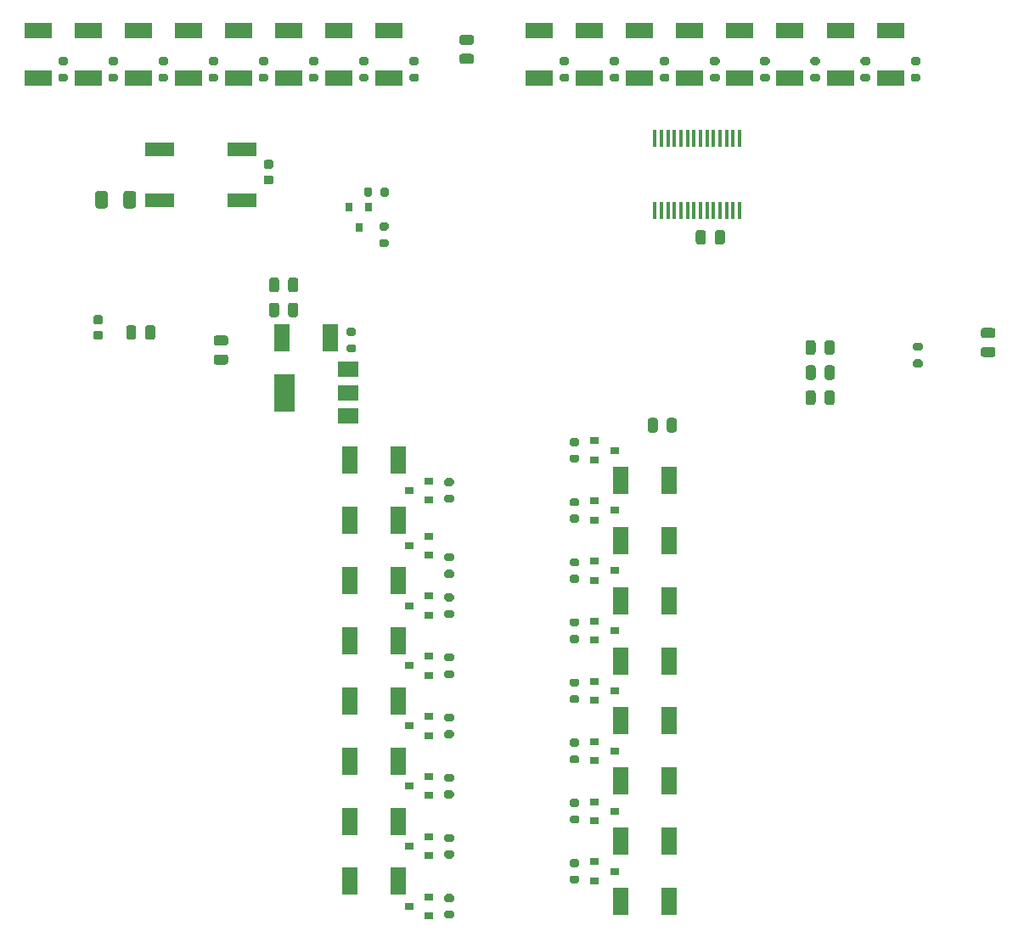
<source format=gbr>
%TF.GenerationSoftware,KiCad,Pcbnew,(5.1.10)-1*%
%TF.CreationDate,2021-06-11T23:30:18+03:00*%
%TF.ProjectId,chiller board,6368696c-6c65-4722-9062-6f6172642e6b,rev?*%
%TF.SameCoordinates,Original*%
%TF.FileFunction,Paste,Top*%
%TF.FilePolarity,Positive*%
%FSLAX46Y46*%
G04 Gerber Fmt 4.6, Leading zero omitted, Abs format (unit mm)*
G04 Created by KiCad (PCBNEW (5.1.10)-1) date 2021-06-11 23:30:18*
%MOMM*%
%LPD*%
G01*
G04 APERTURE LIST*
%ADD10R,0.450000X1.750000*%
%ADD11R,2.850000X1.350000*%
%ADD12R,1.500000X2.700000*%
%ADD13R,2.700000X1.500000*%
%ADD14R,2.000000X3.800000*%
%ADD15R,2.000000X1.500000*%
%ADD16R,0.900000X0.800000*%
%ADD17R,0.800000X0.900000*%
G04 APERTURE END LIST*
D10*
%TO.C,U1*%
X136775000Y-54650000D03*
X137425000Y-54650000D03*
X138075000Y-54650000D03*
X138725000Y-54650000D03*
X139375000Y-54650000D03*
X140025000Y-54650000D03*
X140675000Y-54650000D03*
X141325000Y-54650000D03*
X141975000Y-54650000D03*
X142625000Y-54650000D03*
X143275000Y-54650000D03*
X143925000Y-54650000D03*
X144575000Y-54650000D03*
X145225000Y-54650000D03*
X145225000Y-61850000D03*
X144575000Y-61850000D03*
X143925000Y-61850000D03*
X143275000Y-61850000D03*
X142625000Y-61850000D03*
X141975000Y-61850000D03*
X141325000Y-61850000D03*
X140675000Y-61850000D03*
X140025000Y-61850000D03*
X139375000Y-61850000D03*
X138725000Y-61850000D03*
X138075000Y-61850000D03*
X137425000Y-61850000D03*
X136775000Y-61850000D03*
%TD*%
D11*
%TO.C,BR1*%
X95600000Y-55700000D03*
X95600000Y-60800000D03*
X87400000Y-60800000D03*
X87400000Y-55700000D03*
%TD*%
%TO.C,R49*%
G36*
G01*
X163275000Y-75825000D02*
X162725000Y-75825000D01*
G75*
G02*
X162525000Y-75625000I0J200000D01*
G01*
X162525000Y-75225000D01*
G75*
G02*
X162725000Y-75025000I200000J0D01*
G01*
X163275000Y-75025000D01*
G75*
G02*
X163475000Y-75225000I0J-200000D01*
G01*
X163475000Y-75625000D01*
G75*
G02*
X163275000Y-75825000I-200000J0D01*
G01*
G37*
G36*
G01*
X163275000Y-77475000D02*
X162725000Y-77475000D01*
G75*
G02*
X162525000Y-77275000I0J200000D01*
G01*
X162525000Y-76875000D01*
G75*
G02*
X162725000Y-76675000I200000J0D01*
G01*
X163275000Y-76675000D01*
G75*
G02*
X163475000Y-76875000I0J-200000D01*
G01*
X163475000Y-77275000D01*
G75*
G02*
X163275000Y-77475000I-200000J0D01*
G01*
G37*
%TD*%
%TO.C,R48*%
G36*
G01*
X128475000Y-128175000D02*
X129025000Y-128175000D01*
G75*
G02*
X129225000Y-128375000I0J-200000D01*
G01*
X129225000Y-128775000D01*
G75*
G02*
X129025000Y-128975000I-200000J0D01*
G01*
X128475000Y-128975000D01*
G75*
G02*
X128275000Y-128775000I0J200000D01*
G01*
X128275000Y-128375000D01*
G75*
G02*
X128475000Y-128175000I200000J0D01*
G01*
G37*
G36*
G01*
X128475000Y-126525000D02*
X129025000Y-126525000D01*
G75*
G02*
X129225000Y-126725000I0J-200000D01*
G01*
X129225000Y-127125000D01*
G75*
G02*
X129025000Y-127325000I-200000J0D01*
G01*
X128475000Y-127325000D01*
G75*
G02*
X128275000Y-127125000I0J200000D01*
G01*
X128275000Y-126725000D01*
G75*
G02*
X128475000Y-126525000I200000J0D01*
G01*
G37*
%TD*%
%TO.C,R47*%
G36*
G01*
X128475000Y-122175000D02*
X129025000Y-122175000D01*
G75*
G02*
X129225000Y-122375000I0J-200000D01*
G01*
X129225000Y-122775000D01*
G75*
G02*
X129025000Y-122975000I-200000J0D01*
G01*
X128475000Y-122975000D01*
G75*
G02*
X128275000Y-122775000I0J200000D01*
G01*
X128275000Y-122375000D01*
G75*
G02*
X128475000Y-122175000I200000J0D01*
G01*
G37*
G36*
G01*
X128475000Y-120525000D02*
X129025000Y-120525000D01*
G75*
G02*
X129225000Y-120725000I0J-200000D01*
G01*
X129225000Y-121125000D01*
G75*
G02*
X129025000Y-121325000I-200000J0D01*
G01*
X128475000Y-121325000D01*
G75*
G02*
X128275000Y-121125000I0J200000D01*
G01*
X128275000Y-120725000D01*
G75*
G02*
X128475000Y-120525000I200000J0D01*
G01*
G37*
%TD*%
%TO.C,R46*%
G36*
G01*
X128475000Y-116175000D02*
X129025000Y-116175000D01*
G75*
G02*
X129225000Y-116375000I0J-200000D01*
G01*
X129225000Y-116775000D01*
G75*
G02*
X129025000Y-116975000I-200000J0D01*
G01*
X128475000Y-116975000D01*
G75*
G02*
X128275000Y-116775000I0J200000D01*
G01*
X128275000Y-116375000D01*
G75*
G02*
X128475000Y-116175000I200000J0D01*
G01*
G37*
G36*
G01*
X128475000Y-114525000D02*
X129025000Y-114525000D01*
G75*
G02*
X129225000Y-114725000I0J-200000D01*
G01*
X129225000Y-115125000D01*
G75*
G02*
X129025000Y-115325000I-200000J0D01*
G01*
X128475000Y-115325000D01*
G75*
G02*
X128275000Y-115125000I0J200000D01*
G01*
X128275000Y-114725000D01*
G75*
G02*
X128475000Y-114525000I200000J0D01*
G01*
G37*
%TD*%
%TO.C,R45*%
G36*
G01*
X128475000Y-110175000D02*
X129025000Y-110175000D01*
G75*
G02*
X129225000Y-110375000I0J-200000D01*
G01*
X129225000Y-110775000D01*
G75*
G02*
X129025000Y-110975000I-200000J0D01*
G01*
X128475000Y-110975000D01*
G75*
G02*
X128275000Y-110775000I0J200000D01*
G01*
X128275000Y-110375000D01*
G75*
G02*
X128475000Y-110175000I200000J0D01*
G01*
G37*
G36*
G01*
X128475000Y-108525000D02*
X129025000Y-108525000D01*
G75*
G02*
X129225000Y-108725000I0J-200000D01*
G01*
X129225000Y-109125000D01*
G75*
G02*
X129025000Y-109325000I-200000J0D01*
G01*
X128475000Y-109325000D01*
G75*
G02*
X128275000Y-109125000I0J200000D01*
G01*
X128275000Y-108725000D01*
G75*
G02*
X128475000Y-108525000I200000J0D01*
G01*
G37*
%TD*%
%TO.C,R44*%
G36*
G01*
X128475000Y-104175000D02*
X129025000Y-104175000D01*
G75*
G02*
X129225000Y-104375000I0J-200000D01*
G01*
X129225000Y-104775000D01*
G75*
G02*
X129025000Y-104975000I-200000J0D01*
G01*
X128475000Y-104975000D01*
G75*
G02*
X128275000Y-104775000I0J200000D01*
G01*
X128275000Y-104375000D01*
G75*
G02*
X128475000Y-104175000I200000J0D01*
G01*
G37*
G36*
G01*
X128475000Y-102525000D02*
X129025000Y-102525000D01*
G75*
G02*
X129225000Y-102725000I0J-200000D01*
G01*
X129225000Y-103125000D01*
G75*
G02*
X129025000Y-103325000I-200000J0D01*
G01*
X128475000Y-103325000D01*
G75*
G02*
X128275000Y-103125000I0J200000D01*
G01*
X128275000Y-102725000D01*
G75*
G02*
X128475000Y-102525000I200000J0D01*
G01*
G37*
%TD*%
%TO.C,R43*%
G36*
G01*
X128475000Y-98175000D02*
X129025000Y-98175000D01*
G75*
G02*
X129225000Y-98375000I0J-200000D01*
G01*
X129225000Y-98775000D01*
G75*
G02*
X129025000Y-98975000I-200000J0D01*
G01*
X128475000Y-98975000D01*
G75*
G02*
X128275000Y-98775000I0J200000D01*
G01*
X128275000Y-98375000D01*
G75*
G02*
X128475000Y-98175000I200000J0D01*
G01*
G37*
G36*
G01*
X128475000Y-96525000D02*
X129025000Y-96525000D01*
G75*
G02*
X129225000Y-96725000I0J-200000D01*
G01*
X129225000Y-97125000D01*
G75*
G02*
X129025000Y-97325000I-200000J0D01*
G01*
X128475000Y-97325000D01*
G75*
G02*
X128275000Y-97125000I0J200000D01*
G01*
X128275000Y-96725000D01*
G75*
G02*
X128475000Y-96525000I200000J0D01*
G01*
G37*
%TD*%
%TO.C,R42*%
G36*
G01*
X128475000Y-92175000D02*
X129025000Y-92175000D01*
G75*
G02*
X129225000Y-92375000I0J-200000D01*
G01*
X129225000Y-92775000D01*
G75*
G02*
X129025000Y-92975000I-200000J0D01*
G01*
X128475000Y-92975000D01*
G75*
G02*
X128275000Y-92775000I0J200000D01*
G01*
X128275000Y-92375000D01*
G75*
G02*
X128475000Y-92175000I200000J0D01*
G01*
G37*
G36*
G01*
X128475000Y-90525000D02*
X129025000Y-90525000D01*
G75*
G02*
X129225000Y-90725000I0J-200000D01*
G01*
X129225000Y-91125000D01*
G75*
G02*
X129025000Y-91325000I-200000J0D01*
G01*
X128475000Y-91325000D01*
G75*
G02*
X128275000Y-91125000I0J200000D01*
G01*
X128275000Y-90725000D01*
G75*
G02*
X128475000Y-90525000I200000J0D01*
G01*
G37*
%TD*%
%TO.C,R41*%
G36*
G01*
X128475000Y-86175000D02*
X129025000Y-86175000D01*
G75*
G02*
X129225000Y-86375000I0J-200000D01*
G01*
X129225000Y-86775000D01*
G75*
G02*
X129025000Y-86975000I-200000J0D01*
G01*
X128475000Y-86975000D01*
G75*
G02*
X128275000Y-86775000I0J200000D01*
G01*
X128275000Y-86375000D01*
G75*
G02*
X128475000Y-86175000I200000J0D01*
G01*
G37*
G36*
G01*
X128475000Y-84525000D02*
X129025000Y-84525000D01*
G75*
G02*
X129225000Y-84725000I0J-200000D01*
G01*
X129225000Y-85125000D01*
G75*
G02*
X129025000Y-85325000I-200000J0D01*
G01*
X128475000Y-85325000D01*
G75*
G02*
X128275000Y-85125000I0J200000D01*
G01*
X128275000Y-84725000D01*
G75*
G02*
X128475000Y-84525000I200000J0D01*
G01*
G37*
%TD*%
%TO.C,R40*%
G36*
G01*
X116525000Y-130825000D02*
X115975000Y-130825000D01*
G75*
G02*
X115775000Y-130625000I0J200000D01*
G01*
X115775000Y-130225000D01*
G75*
G02*
X115975000Y-130025000I200000J0D01*
G01*
X116525000Y-130025000D01*
G75*
G02*
X116725000Y-130225000I0J-200000D01*
G01*
X116725000Y-130625000D01*
G75*
G02*
X116525000Y-130825000I-200000J0D01*
G01*
G37*
G36*
G01*
X116525000Y-132475000D02*
X115975000Y-132475000D01*
G75*
G02*
X115775000Y-132275000I0J200000D01*
G01*
X115775000Y-131875000D01*
G75*
G02*
X115975000Y-131675000I200000J0D01*
G01*
X116525000Y-131675000D01*
G75*
G02*
X116725000Y-131875000I0J-200000D01*
G01*
X116725000Y-132275000D01*
G75*
G02*
X116525000Y-132475000I-200000J0D01*
G01*
G37*
%TD*%
%TO.C,R39*%
G36*
G01*
X116525000Y-124825000D02*
X115975000Y-124825000D01*
G75*
G02*
X115775000Y-124625000I0J200000D01*
G01*
X115775000Y-124225000D01*
G75*
G02*
X115975000Y-124025000I200000J0D01*
G01*
X116525000Y-124025000D01*
G75*
G02*
X116725000Y-124225000I0J-200000D01*
G01*
X116725000Y-124625000D01*
G75*
G02*
X116525000Y-124825000I-200000J0D01*
G01*
G37*
G36*
G01*
X116525000Y-126475000D02*
X115975000Y-126475000D01*
G75*
G02*
X115775000Y-126275000I0J200000D01*
G01*
X115775000Y-125875000D01*
G75*
G02*
X115975000Y-125675000I200000J0D01*
G01*
X116525000Y-125675000D01*
G75*
G02*
X116725000Y-125875000I0J-200000D01*
G01*
X116725000Y-126275000D01*
G75*
G02*
X116525000Y-126475000I-200000J0D01*
G01*
G37*
%TD*%
%TO.C,R38*%
G36*
G01*
X116525000Y-118825000D02*
X115975000Y-118825000D01*
G75*
G02*
X115775000Y-118625000I0J200000D01*
G01*
X115775000Y-118225000D01*
G75*
G02*
X115975000Y-118025000I200000J0D01*
G01*
X116525000Y-118025000D01*
G75*
G02*
X116725000Y-118225000I0J-200000D01*
G01*
X116725000Y-118625000D01*
G75*
G02*
X116525000Y-118825000I-200000J0D01*
G01*
G37*
G36*
G01*
X116525000Y-120475000D02*
X115975000Y-120475000D01*
G75*
G02*
X115775000Y-120275000I0J200000D01*
G01*
X115775000Y-119875000D01*
G75*
G02*
X115975000Y-119675000I200000J0D01*
G01*
X116525000Y-119675000D01*
G75*
G02*
X116725000Y-119875000I0J-200000D01*
G01*
X116725000Y-120275000D01*
G75*
G02*
X116525000Y-120475000I-200000J0D01*
G01*
G37*
%TD*%
%TO.C,R37*%
G36*
G01*
X116525000Y-112825000D02*
X115975000Y-112825000D01*
G75*
G02*
X115775000Y-112625000I0J200000D01*
G01*
X115775000Y-112225000D01*
G75*
G02*
X115975000Y-112025000I200000J0D01*
G01*
X116525000Y-112025000D01*
G75*
G02*
X116725000Y-112225000I0J-200000D01*
G01*
X116725000Y-112625000D01*
G75*
G02*
X116525000Y-112825000I-200000J0D01*
G01*
G37*
G36*
G01*
X116525000Y-114475000D02*
X115975000Y-114475000D01*
G75*
G02*
X115775000Y-114275000I0J200000D01*
G01*
X115775000Y-113875000D01*
G75*
G02*
X115975000Y-113675000I200000J0D01*
G01*
X116525000Y-113675000D01*
G75*
G02*
X116725000Y-113875000I0J-200000D01*
G01*
X116725000Y-114275000D01*
G75*
G02*
X116525000Y-114475000I-200000J0D01*
G01*
G37*
%TD*%
%TO.C,R36*%
G36*
G01*
X116525000Y-106825000D02*
X115975000Y-106825000D01*
G75*
G02*
X115775000Y-106625000I0J200000D01*
G01*
X115775000Y-106225000D01*
G75*
G02*
X115975000Y-106025000I200000J0D01*
G01*
X116525000Y-106025000D01*
G75*
G02*
X116725000Y-106225000I0J-200000D01*
G01*
X116725000Y-106625000D01*
G75*
G02*
X116525000Y-106825000I-200000J0D01*
G01*
G37*
G36*
G01*
X116525000Y-108475000D02*
X115975000Y-108475000D01*
G75*
G02*
X115775000Y-108275000I0J200000D01*
G01*
X115775000Y-107875000D01*
G75*
G02*
X115975000Y-107675000I200000J0D01*
G01*
X116525000Y-107675000D01*
G75*
G02*
X116725000Y-107875000I0J-200000D01*
G01*
X116725000Y-108275000D01*
G75*
G02*
X116525000Y-108475000I-200000J0D01*
G01*
G37*
%TD*%
%TO.C,R35*%
G36*
G01*
X116525000Y-100825000D02*
X115975000Y-100825000D01*
G75*
G02*
X115775000Y-100625000I0J200000D01*
G01*
X115775000Y-100225000D01*
G75*
G02*
X115975000Y-100025000I200000J0D01*
G01*
X116525000Y-100025000D01*
G75*
G02*
X116725000Y-100225000I0J-200000D01*
G01*
X116725000Y-100625000D01*
G75*
G02*
X116525000Y-100825000I-200000J0D01*
G01*
G37*
G36*
G01*
X116525000Y-102475000D02*
X115975000Y-102475000D01*
G75*
G02*
X115775000Y-102275000I0J200000D01*
G01*
X115775000Y-101875000D01*
G75*
G02*
X115975000Y-101675000I200000J0D01*
G01*
X116525000Y-101675000D01*
G75*
G02*
X116725000Y-101875000I0J-200000D01*
G01*
X116725000Y-102275000D01*
G75*
G02*
X116525000Y-102475000I-200000J0D01*
G01*
G37*
%TD*%
%TO.C,R34*%
G36*
G01*
X115975000Y-97675000D02*
X116525000Y-97675000D01*
G75*
G02*
X116725000Y-97875000I0J-200000D01*
G01*
X116725000Y-98275000D01*
G75*
G02*
X116525000Y-98475000I-200000J0D01*
G01*
X115975000Y-98475000D01*
G75*
G02*
X115775000Y-98275000I0J200000D01*
G01*
X115775000Y-97875000D01*
G75*
G02*
X115975000Y-97675000I200000J0D01*
G01*
G37*
G36*
G01*
X115975000Y-96025000D02*
X116525000Y-96025000D01*
G75*
G02*
X116725000Y-96225000I0J-200000D01*
G01*
X116725000Y-96625000D01*
G75*
G02*
X116525000Y-96825000I-200000J0D01*
G01*
X115975000Y-96825000D01*
G75*
G02*
X115775000Y-96625000I0J200000D01*
G01*
X115775000Y-96225000D01*
G75*
G02*
X115975000Y-96025000I200000J0D01*
G01*
G37*
%TD*%
%TO.C,R33*%
G36*
G01*
X116525000Y-89325000D02*
X115975000Y-89325000D01*
G75*
G02*
X115775000Y-89125000I0J200000D01*
G01*
X115775000Y-88725000D01*
G75*
G02*
X115975000Y-88525000I200000J0D01*
G01*
X116525000Y-88525000D01*
G75*
G02*
X116725000Y-88725000I0J-200000D01*
G01*
X116725000Y-89125000D01*
G75*
G02*
X116525000Y-89325000I-200000J0D01*
G01*
G37*
G36*
G01*
X116525000Y-90975000D02*
X115975000Y-90975000D01*
G75*
G02*
X115775000Y-90775000I0J200000D01*
G01*
X115775000Y-90375000D01*
G75*
G02*
X115975000Y-90175000I200000J0D01*
G01*
X116525000Y-90175000D01*
G75*
G02*
X116725000Y-90375000I0J-200000D01*
G01*
X116725000Y-90775000D01*
G75*
G02*
X116525000Y-90975000I-200000J0D01*
G01*
G37*
%TD*%
%TO.C,R32*%
G36*
G01*
X106225000Y-75175000D02*
X106775000Y-75175000D01*
G75*
G02*
X106975000Y-75375000I0J-200000D01*
G01*
X106975000Y-75775000D01*
G75*
G02*
X106775000Y-75975000I-200000J0D01*
G01*
X106225000Y-75975000D01*
G75*
G02*
X106025000Y-75775000I0J200000D01*
G01*
X106025000Y-75375000D01*
G75*
G02*
X106225000Y-75175000I200000J0D01*
G01*
G37*
G36*
G01*
X106225000Y-73525000D02*
X106775000Y-73525000D01*
G75*
G02*
X106975000Y-73725000I0J-200000D01*
G01*
X106975000Y-74125000D01*
G75*
G02*
X106775000Y-74325000I-200000J0D01*
G01*
X106225000Y-74325000D01*
G75*
G02*
X106025000Y-74125000I0J200000D01*
G01*
X106025000Y-73725000D01*
G75*
G02*
X106225000Y-73525000I200000J0D01*
G01*
G37*
%TD*%
%TO.C,R20*%
G36*
G01*
X127475000Y-48175000D02*
X128025000Y-48175000D01*
G75*
G02*
X128225000Y-48375000I0J-200000D01*
G01*
X128225000Y-48775000D01*
G75*
G02*
X128025000Y-48975000I-200000J0D01*
G01*
X127475000Y-48975000D01*
G75*
G02*
X127275000Y-48775000I0J200000D01*
G01*
X127275000Y-48375000D01*
G75*
G02*
X127475000Y-48175000I200000J0D01*
G01*
G37*
G36*
G01*
X127475000Y-46525000D02*
X128025000Y-46525000D01*
G75*
G02*
X128225000Y-46725000I0J-200000D01*
G01*
X128225000Y-47125000D01*
G75*
G02*
X128025000Y-47325000I-200000J0D01*
G01*
X127475000Y-47325000D01*
G75*
G02*
X127275000Y-47125000I0J200000D01*
G01*
X127275000Y-46725000D01*
G75*
G02*
X127475000Y-46525000I200000J0D01*
G01*
G37*
%TD*%
%TO.C,R19*%
G36*
G01*
X132475000Y-48175000D02*
X133025000Y-48175000D01*
G75*
G02*
X133225000Y-48375000I0J-200000D01*
G01*
X133225000Y-48775000D01*
G75*
G02*
X133025000Y-48975000I-200000J0D01*
G01*
X132475000Y-48975000D01*
G75*
G02*
X132275000Y-48775000I0J200000D01*
G01*
X132275000Y-48375000D01*
G75*
G02*
X132475000Y-48175000I200000J0D01*
G01*
G37*
G36*
G01*
X132475000Y-46525000D02*
X133025000Y-46525000D01*
G75*
G02*
X133225000Y-46725000I0J-200000D01*
G01*
X133225000Y-47125000D01*
G75*
G02*
X133025000Y-47325000I-200000J0D01*
G01*
X132475000Y-47325000D01*
G75*
G02*
X132275000Y-47125000I0J200000D01*
G01*
X132275000Y-46725000D01*
G75*
G02*
X132475000Y-46525000I200000J0D01*
G01*
G37*
%TD*%
%TO.C,R18*%
G36*
G01*
X137475000Y-48175000D02*
X138025000Y-48175000D01*
G75*
G02*
X138225000Y-48375000I0J-200000D01*
G01*
X138225000Y-48775000D01*
G75*
G02*
X138025000Y-48975000I-200000J0D01*
G01*
X137475000Y-48975000D01*
G75*
G02*
X137275000Y-48775000I0J200000D01*
G01*
X137275000Y-48375000D01*
G75*
G02*
X137475000Y-48175000I200000J0D01*
G01*
G37*
G36*
G01*
X137475000Y-46525000D02*
X138025000Y-46525000D01*
G75*
G02*
X138225000Y-46725000I0J-200000D01*
G01*
X138225000Y-47125000D01*
G75*
G02*
X138025000Y-47325000I-200000J0D01*
G01*
X137475000Y-47325000D01*
G75*
G02*
X137275000Y-47125000I0J200000D01*
G01*
X137275000Y-46725000D01*
G75*
G02*
X137475000Y-46525000I200000J0D01*
G01*
G37*
%TD*%
%TO.C,R17*%
G36*
G01*
X142475000Y-48175000D02*
X143025000Y-48175000D01*
G75*
G02*
X143225000Y-48375000I0J-200000D01*
G01*
X143225000Y-48775000D01*
G75*
G02*
X143025000Y-48975000I-200000J0D01*
G01*
X142475000Y-48975000D01*
G75*
G02*
X142275000Y-48775000I0J200000D01*
G01*
X142275000Y-48375000D01*
G75*
G02*
X142475000Y-48175000I200000J0D01*
G01*
G37*
G36*
G01*
X142475000Y-46525000D02*
X143025000Y-46525000D01*
G75*
G02*
X143225000Y-46725000I0J-200000D01*
G01*
X143225000Y-47125000D01*
G75*
G02*
X143025000Y-47325000I-200000J0D01*
G01*
X142475000Y-47325000D01*
G75*
G02*
X142275000Y-47125000I0J200000D01*
G01*
X142275000Y-46725000D01*
G75*
G02*
X142475000Y-46525000I200000J0D01*
G01*
G37*
%TD*%
%TO.C,R16*%
G36*
G01*
X147475000Y-48175000D02*
X148025000Y-48175000D01*
G75*
G02*
X148225000Y-48375000I0J-200000D01*
G01*
X148225000Y-48775000D01*
G75*
G02*
X148025000Y-48975000I-200000J0D01*
G01*
X147475000Y-48975000D01*
G75*
G02*
X147275000Y-48775000I0J200000D01*
G01*
X147275000Y-48375000D01*
G75*
G02*
X147475000Y-48175000I200000J0D01*
G01*
G37*
G36*
G01*
X147475000Y-46525000D02*
X148025000Y-46525000D01*
G75*
G02*
X148225000Y-46725000I0J-200000D01*
G01*
X148225000Y-47125000D01*
G75*
G02*
X148025000Y-47325000I-200000J0D01*
G01*
X147475000Y-47325000D01*
G75*
G02*
X147275000Y-47125000I0J200000D01*
G01*
X147275000Y-46725000D01*
G75*
G02*
X147475000Y-46525000I200000J0D01*
G01*
G37*
%TD*%
%TO.C,R15*%
G36*
G01*
X152475000Y-48175000D02*
X153025000Y-48175000D01*
G75*
G02*
X153225000Y-48375000I0J-200000D01*
G01*
X153225000Y-48775000D01*
G75*
G02*
X153025000Y-48975000I-200000J0D01*
G01*
X152475000Y-48975000D01*
G75*
G02*
X152275000Y-48775000I0J200000D01*
G01*
X152275000Y-48375000D01*
G75*
G02*
X152475000Y-48175000I200000J0D01*
G01*
G37*
G36*
G01*
X152475000Y-46525000D02*
X153025000Y-46525000D01*
G75*
G02*
X153225000Y-46725000I0J-200000D01*
G01*
X153225000Y-47125000D01*
G75*
G02*
X153025000Y-47325000I-200000J0D01*
G01*
X152475000Y-47325000D01*
G75*
G02*
X152275000Y-47125000I0J200000D01*
G01*
X152275000Y-46725000D01*
G75*
G02*
X152475000Y-46525000I200000J0D01*
G01*
G37*
%TD*%
%TO.C,R14*%
G36*
G01*
X157475000Y-48175000D02*
X158025000Y-48175000D01*
G75*
G02*
X158225000Y-48375000I0J-200000D01*
G01*
X158225000Y-48775000D01*
G75*
G02*
X158025000Y-48975000I-200000J0D01*
G01*
X157475000Y-48975000D01*
G75*
G02*
X157275000Y-48775000I0J200000D01*
G01*
X157275000Y-48375000D01*
G75*
G02*
X157475000Y-48175000I200000J0D01*
G01*
G37*
G36*
G01*
X157475000Y-46525000D02*
X158025000Y-46525000D01*
G75*
G02*
X158225000Y-46725000I0J-200000D01*
G01*
X158225000Y-47125000D01*
G75*
G02*
X158025000Y-47325000I-200000J0D01*
G01*
X157475000Y-47325000D01*
G75*
G02*
X157275000Y-47125000I0J200000D01*
G01*
X157275000Y-46725000D01*
G75*
G02*
X157475000Y-46525000I200000J0D01*
G01*
G37*
%TD*%
%TO.C,R13*%
G36*
G01*
X162475000Y-48175000D02*
X163025000Y-48175000D01*
G75*
G02*
X163225000Y-48375000I0J-200000D01*
G01*
X163225000Y-48775000D01*
G75*
G02*
X163025000Y-48975000I-200000J0D01*
G01*
X162475000Y-48975000D01*
G75*
G02*
X162275000Y-48775000I0J200000D01*
G01*
X162275000Y-48375000D01*
G75*
G02*
X162475000Y-48175000I200000J0D01*
G01*
G37*
G36*
G01*
X162475000Y-46525000D02*
X163025000Y-46525000D01*
G75*
G02*
X163225000Y-46725000I0J-200000D01*
G01*
X163225000Y-47125000D01*
G75*
G02*
X163025000Y-47325000I-200000J0D01*
G01*
X162475000Y-47325000D01*
G75*
G02*
X162275000Y-47125000I0J200000D01*
G01*
X162275000Y-46725000D01*
G75*
G02*
X162475000Y-46525000I200000J0D01*
G01*
G37*
%TD*%
%TO.C,R12*%
G36*
G01*
X77475000Y-48175000D02*
X78025000Y-48175000D01*
G75*
G02*
X78225000Y-48375000I0J-200000D01*
G01*
X78225000Y-48775000D01*
G75*
G02*
X78025000Y-48975000I-200000J0D01*
G01*
X77475000Y-48975000D01*
G75*
G02*
X77275000Y-48775000I0J200000D01*
G01*
X77275000Y-48375000D01*
G75*
G02*
X77475000Y-48175000I200000J0D01*
G01*
G37*
G36*
G01*
X77475000Y-46525000D02*
X78025000Y-46525000D01*
G75*
G02*
X78225000Y-46725000I0J-200000D01*
G01*
X78225000Y-47125000D01*
G75*
G02*
X78025000Y-47325000I-200000J0D01*
G01*
X77475000Y-47325000D01*
G75*
G02*
X77275000Y-47125000I0J200000D01*
G01*
X77275000Y-46725000D01*
G75*
G02*
X77475000Y-46525000I200000J0D01*
G01*
G37*
%TD*%
%TO.C,R11*%
G36*
G01*
X82475000Y-48175000D02*
X83025000Y-48175000D01*
G75*
G02*
X83225000Y-48375000I0J-200000D01*
G01*
X83225000Y-48775000D01*
G75*
G02*
X83025000Y-48975000I-200000J0D01*
G01*
X82475000Y-48975000D01*
G75*
G02*
X82275000Y-48775000I0J200000D01*
G01*
X82275000Y-48375000D01*
G75*
G02*
X82475000Y-48175000I200000J0D01*
G01*
G37*
G36*
G01*
X82475000Y-46525000D02*
X83025000Y-46525000D01*
G75*
G02*
X83225000Y-46725000I0J-200000D01*
G01*
X83225000Y-47125000D01*
G75*
G02*
X83025000Y-47325000I-200000J0D01*
G01*
X82475000Y-47325000D01*
G75*
G02*
X82275000Y-47125000I0J200000D01*
G01*
X82275000Y-46725000D01*
G75*
G02*
X82475000Y-46525000I200000J0D01*
G01*
G37*
%TD*%
%TO.C,R10*%
G36*
G01*
X87475000Y-48175000D02*
X88025000Y-48175000D01*
G75*
G02*
X88225000Y-48375000I0J-200000D01*
G01*
X88225000Y-48775000D01*
G75*
G02*
X88025000Y-48975000I-200000J0D01*
G01*
X87475000Y-48975000D01*
G75*
G02*
X87275000Y-48775000I0J200000D01*
G01*
X87275000Y-48375000D01*
G75*
G02*
X87475000Y-48175000I200000J0D01*
G01*
G37*
G36*
G01*
X87475000Y-46525000D02*
X88025000Y-46525000D01*
G75*
G02*
X88225000Y-46725000I0J-200000D01*
G01*
X88225000Y-47125000D01*
G75*
G02*
X88025000Y-47325000I-200000J0D01*
G01*
X87475000Y-47325000D01*
G75*
G02*
X87275000Y-47125000I0J200000D01*
G01*
X87275000Y-46725000D01*
G75*
G02*
X87475000Y-46525000I200000J0D01*
G01*
G37*
%TD*%
%TO.C,R9*%
G36*
G01*
X92475000Y-48175000D02*
X93025000Y-48175000D01*
G75*
G02*
X93225000Y-48375000I0J-200000D01*
G01*
X93225000Y-48775000D01*
G75*
G02*
X93025000Y-48975000I-200000J0D01*
G01*
X92475000Y-48975000D01*
G75*
G02*
X92275000Y-48775000I0J200000D01*
G01*
X92275000Y-48375000D01*
G75*
G02*
X92475000Y-48175000I200000J0D01*
G01*
G37*
G36*
G01*
X92475000Y-46525000D02*
X93025000Y-46525000D01*
G75*
G02*
X93225000Y-46725000I0J-200000D01*
G01*
X93225000Y-47125000D01*
G75*
G02*
X93025000Y-47325000I-200000J0D01*
G01*
X92475000Y-47325000D01*
G75*
G02*
X92275000Y-47125000I0J200000D01*
G01*
X92275000Y-46725000D01*
G75*
G02*
X92475000Y-46525000I200000J0D01*
G01*
G37*
%TD*%
%TO.C,R8*%
G36*
G01*
X97475000Y-48175000D02*
X98025000Y-48175000D01*
G75*
G02*
X98225000Y-48375000I0J-200000D01*
G01*
X98225000Y-48775000D01*
G75*
G02*
X98025000Y-48975000I-200000J0D01*
G01*
X97475000Y-48975000D01*
G75*
G02*
X97275000Y-48775000I0J200000D01*
G01*
X97275000Y-48375000D01*
G75*
G02*
X97475000Y-48175000I200000J0D01*
G01*
G37*
G36*
G01*
X97475000Y-46525000D02*
X98025000Y-46525000D01*
G75*
G02*
X98225000Y-46725000I0J-200000D01*
G01*
X98225000Y-47125000D01*
G75*
G02*
X98025000Y-47325000I-200000J0D01*
G01*
X97475000Y-47325000D01*
G75*
G02*
X97275000Y-47125000I0J200000D01*
G01*
X97275000Y-46725000D01*
G75*
G02*
X97475000Y-46525000I200000J0D01*
G01*
G37*
%TD*%
%TO.C,R7*%
G36*
G01*
X102475000Y-48175000D02*
X103025000Y-48175000D01*
G75*
G02*
X103225000Y-48375000I0J-200000D01*
G01*
X103225000Y-48775000D01*
G75*
G02*
X103025000Y-48975000I-200000J0D01*
G01*
X102475000Y-48975000D01*
G75*
G02*
X102275000Y-48775000I0J200000D01*
G01*
X102275000Y-48375000D01*
G75*
G02*
X102475000Y-48175000I200000J0D01*
G01*
G37*
G36*
G01*
X102475000Y-46525000D02*
X103025000Y-46525000D01*
G75*
G02*
X103225000Y-46725000I0J-200000D01*
G01*
X103225000Y-47125000D01*
G75*
G02*
X103025000Y-47325000I-200000J0D01*
G01*
X102475000Y-47325000D01*
G75*
G02*
X102275000Y-47125000I0J200000D01*
G01*
X102275000Y-46725000D01*
G75*
G02*
X102475000Y-46525000I200000J0D01*
G01*
G37*
%TD*%
%TO.C,R6*%
G36*
G01*
X107475000Y-48175000D02*
X108025000Y-48175000D01*
G75*
G02*
X108225000Y-48375000I0J-200000D01*
G01*
X108225000Y-48775000D01*
G75*
G02*
X108025000Y-48975000I-200000J0D01*
G01*
X107475000Y-48975000D01*
G75*
G02*
X107275000Y-48775000I0J200000D01*
G01*
X107275000Y-48375000D01*
G75*
G02*
X107475000Y-48175000I200000J0D01*
G01*
G37*
G36*
G01*
X107475000Y-46525000D02*
X108025000Y-46525000D01*
G75*
G02*
X108225000Y-46725000I0J-200000D01*
G01*
X108225000Y-47125000D01*
G75*
G02*
X108025000Y-47325000I-200000J0D01*
G01*
X107475000Y-47325000D01*
G75*
G02*
X107275000Y-47125000I0J200000D01*
G01*
X107275000Y-46725000D01*
G75*
G02*
X107475000Y-46525000I200000J0D01*
G01*
G37*
%TD*%
%TO.C,R5*%
G36*
G01*
X112475000Y-48175000D02*
X113025000Y-48175000D01*
G75*
G02*
X113225000Y-48375000I0J-200000D01*
G01*
X113225000Y-48775000D01*
G75*
G02*
X113025000Y-48975000I-200000J0D01*
G01*
X112475000Y-48975000D01*
G75*
G02*
X112275000Y-48775000I0J200000D01*
G01*
X112275000Y-48375000D01*
G75*
G02*
X112475000Y-48175000I200000J0D01*
G01*
G37*
G36*
G01*
X112475000Y-46525000D02*
X113025000Y-46525000D01*
G75*
G02*
X113225000Y-46725000I0J-200000D01*
G01*
X113225000Y-47125000D01*
G75*
G02*
X113025000Y-47325000I-200000J0D01*
G01*
X112475000Y-47325000D01*
G75*
G02*
X112275000Y-47125000I0J200000D01*
G01*
X112275000Y-46725000D01*
G75*
G02*
X112475000Y-46525000I200000J0D01*
G01*
G37*
%TD*%
%TO.C,R4*%
G36*
G01*
X108575000Y-59725000D02*
X108575000Y-60275000D01*
G75*
G02*
X108375000Y-60475000I-200000J0D01*
G01*
X107975000Y-60475000D01*
G75*
G02*
X107775000Y-60275000I0J200000D01*
G01*
X107775000Y-59725000D01*
G75*
G02*
X107975000Y-59525000I200000J0D01*
G01*
X108375000Y-59525000D01*
G75*
G02*
X108575000Y-59725000I0J-200000D01*
G01*
G37*
G36*
G01*
X110225000Y-59725000D02*
X110225000Y-60275000D01*
G75*
G02*
X110025000Y-60475000I-200000J0D01*
G01*
X109625000Y-60475000D01*
G75*
G02*
X109425000Y-60275000I0J200000D01*
G01*
X109425000Y-59725000D01*
G75*
G02*
X109625000Y-59525000I200000J0D01*
G01*
X110025000Y-59525000D01*
G75*
G02*
X110225000Y-59725000I0J-200000D01*
G01*
G37*
%TD*%
%TO.C,R1*%
G36*
G01*
X109475000Y-64675000D02*
X110025000Y-64675000D01*
G75*
G02*
X110225000Y-64875000I0J-200000D01*
G01*
X110225000Y-65275000D01*
G75*
G02*
X110025000Y-65475000I-200000J0D01*
G01*
X109475000Y-65475000D01*
G75*
G02*
X109275000Y-65275000I0J200000D01*
G01*
X109275000Y-64875000D01*
G75*
G02*
X109475000Y-64675000I200000J0D01*
G01*
G37*
G36*
G01*
X109475000Y-63025000D02*
X110025000Y-63025000D01*
G75*
G02*
X110225000Y-63225000I0J-200000D01*
G01*
X110225000Y-63625000D01*
G75*
G02*
X110025000Y-63825000I-200000J0D01*
G01*
X109475000Y-63825000D01*
G75*
G02*
X109275000Y-63625000I0J200000D01*
G01*
X109275000Y-63225000D01*
G75*
G02*
X109475000Y-63025000I200000J0D01*
G01*
G37*
%TD*%
D12*
%TO.C,D33*%
X138150000Y-130750000D03*
X133350000Y-130750000D03*
%TD*%
%TO.C,D32*%
X138150000Y-124750000D03*
X133350000Y-124750000D03*
%TD*%
%TO.C,D31*%
X138150000Y-118750000D03*
X133350000Y-118750000D03*
%TD*%
%TO.C,D30*%
X138150000Y-112750000D03*
X133350000Y-112750000D03*
%TD*%
%TO.C,D29*%
X138150000Y-106750000D03*
X133350000Y-106750000D03*
%TD*%
%TO.C,D28*%
X138150000Y-100750000D03*
X133350000Y-100750000D03*
%TD*%
%TO.C,D27*%
X138150000Y-94750000D03*
X133350000Y-94750000D03*
%TD*%
%TO.C,D26*%
X138150000Y-88750000D03*
X133350000Y-88750000D03*
%TD*%
%TO.C,D25*%
X106350000Y-128750000D03*
X111150000Y-128750000D03*
%TD*%
%TO.C,D24*%
X106350000Y-122750000D03*
X111150000Y-122750000D03*
%TD*%
%TO.C,D23*%
X106350000Y-116750000D03*
X111150000Y-116750000D03*
%TD*%
%TO.C,D22*%
X106350000Y-110750000D03*
X111150000Y-110750000D03*
%TD*%
%TO.C,D21*%
X106350000Y-104750000D03*
X111150000Y-104750000D03*
%TD*%
%TO.C,D20*%
X106350000Y-98750000D03*
X111150000Y-98750000D03*
%TD*%
%TO.C,D19*%
X106350000Y-92750000D03*
X111150000Y-92750000D03*
%TD*%
%TO.C,D18*%
X106350000Y-86750000D03*
X111150000Y-86750000D03*
%TD*%
%TO.C,D17*%
X104400000Y-74500000D03*
X99600000Y-74500000D03*
%TD*%
D13*
%TO.C,D16*%
X125250000Y-48650000D03*
X125250000Y-43850000D03*
%TD*%
%TO.C,D15*%
X130250000Y-48650000D03*
X130250000Y-43850000D03*
%TD*%
%TO.C,D14*%
X135250000Y-48650000D03*
X135250000Y-43850000D03*
%TD*%
%TO.C,D13*%
X140250000Y-48650000D03*
X140250000Y-43850000D03*
%TD*%
%TO.C,D12*%
X145250000Y-48650000D03*
X145250000Y-43850000D03*
%TD*%
%TO.C,D11*%
X150250000Y-48650000D03*
X150250000Y-43850000D03*
%TD*%
%TO.C,D10*%
X155250000Y-48650000D03*
X155250000Y-43850000D03*
%TD*%
%TO.C,D9*%
X160250000Y-48650000D03*
X160250000Y-43850000D03*
%TD*%
%TO.C,D8*%
X75250000Y-48650000D03*
X75250000Y-43850000D03*
%TD*%
%TO.C,D7*%
X80250000Y-48650000D03*
X80250000Y-43850000D03*
%TD*%
%TO.C,D6*%
X85250000Y-48650000D03*
X85250000Y-43850000D03*
%TD*%
%TO.C,D5*%
X90250000Y-48650000D03*
X90250000Y-43850000D03*
%TD*%
%TO.C,D4*%
X95250000Y-48650000D03*
X95250000Y-43850000D03*
%TD*%
%TO.C,D3*%
X100250000Y-48650000D03*
X100250000Y-43850000D03*
%TD*%
%TO.C,D2*%
X105250000Y-48650000D03*
X105250000Y-43850000D03*
%TD*%
%TO.C,D1*%
X110250000Y-48650000D03*
X110250000Y-43850000D03*
%TD*%
D14*
%TO.C,U4*%
X99850000Y-80000000D03*
D15*
X106150000Y-80000000D03*
X106150000Y-77700000D03*
X106150000Y-82300000D03*
%TD*%
D16*
%TO.C,Q18*%
X130750000Y-126800000D03*
X130750000Y-128700000D03*
X132750000Y-127750000D03*
%TD*%
%TO.C,Q17*%
X130750000Y-120800000D03*
X130750000Y-122700000D03*
X132750000Y-121750000D03*
%TD*%
%TO.C,Q16*%
X130750000Y-114800000D03*
X130750000Y-116700000D03*
X132750000Y-115750000D03*
%TD*%
%TO.C,Q15*%
X130750000Y-108800000D03*
X130750000Y-110700000D03*
X132750000Y-109750000D03*
%TD*%
%TO.C,Q14*%
X130750000Y-102800000D03*
X130750000Y-104700000D03*
X132750000Y-103750000D03*
%TD*%
%TO.C,Q13*%
X130750000Y-96800000D03*
X130750000Y-98700000D03*
X132750000Y-97750000D03*
%TD*%
%TO.C,Q12*%
X130750000Y-90800000D03*
X130750000Y-92700000D03*
X132750000Y-91750000D03*
%TD*%
%TO.C,Q11*%
X130750000Y-84800000D03*
X130750000Y-86700000D03*
X132750000Y-85750000D03*
%TD*%
%TO.C,Q10*%
X114250000Y-132200000D03*
X114250000Y-130300000D03*
X112250000Y-131250000D03*
%TD*%
%TO.C,Q9*%
X114250000Y-126200000D03*
X114250000Y-124300000D03*
X112250000Y-125250000D03*
%TD*%
%TO.C,Q8*%
X114250000Y-120200000D03*
X114250000Y-118300000D03*
X112250000Y-119250000D03*
%TD*%
%TO.C,Q7*%
X114250000Y-114200000D03*
X114250000Y-112300000D03*
X112250000Y-113250000D03*
%TD*%
%TO.C,Q6*%
X114250000Y-108200000D03*
X114250000Y-106300000D03*
X112250000Y-107250000D03*
%TD*%
%TO.C,Q5*%
X114250000Y-102200000D03*
X114250000Y-100300000D03*
X112250000Y-101250000D03*
%TD*%
%TO.C,Q4*%
X114250000Y-96200000D03*
X114250000Y-94300000D03*
X112250000Y-95250000D03*
%TD*%
%TO.C,Q3*%
X114250000Y-90700000D03*
X114250000Y-88800000D03*
X112250000Y-89750000D03*
%TD*%
D17*
%TO.C,Q2*%
X108200000Y-61500000D03*
X106300000Y-61500000D03*
X107250000Y-63500000D03*
%TD*%
%TO.C,F1*%
G36*
G01*
X80975000Y-61375000D02*
X80975000Y-60125000D01*
G75*
G02*
X81225000Y-59875000I250000J0D01*
G01*
X81975000Y-59875000D01*
G75*
G02*
X82225000Y-60125000I0J-250000D01*
G01*
X82225000Y-61375000D01*
G75*
G02*
X81975000Y-61625000I-250000J0D01*
G01*
X81225000Y-61625000D01*
G75*
G02*
X80975000Y-61375000I0J250000D01*
G01*
G37*
G36*
G01*
X83775000Y-61375000D02*
X83775000Y-60125000D01*
G75*
G02*
X84025000Y-59875000I250000J0D01*
G01*
X84775000Y-59875000D01*
G75*
G02*
X85025000Y-60125000I0J-250000D01*
G01*
X85025000Y-61375000D01*
G75*
G02*
X84775000Y-61625000I-250000J0D01*
G01*
X84025000Y-61625000D01*
G75*
G02*
X83775000Y-61375000I0J250000D01*
G01*
G37*
%TD*%
%TO.C,C32*%
G36*
G01*
X170475000Y-76450000D02*
X169525000Y-76450000D01*
G75*
G02*
X169275000Y-76200000I0J250000D01*
G01*
X169275000Y-75700000D01*
G75*
G02*
X169525000Y-75450000I250000J0D01*
G01*
X170475000Y-75450000D01*
G75*
G02*
X170725000Y-75700000I0J-250000D01*
G01*
X170725000Y-76200000D01*
G75*
G02*
X170475000Y-76450000I-250000J0D01*
G01*
G37*
G36*
G01*
X170475000Y-74550000D02*
X169525000Y-74550000D01*
G75*
G02*
X169275000Y-74300000I0J250000D01*
G01*
X169275000Y-73800000D01*
G75*
G02*
X169525000Y-73550000I250000J0D01*
G01*
X170475000Y-73550000D01*
G75*
G02*
X170725000Y-73800000I0J-250000D01*
G01*
X170725000Y-74300000D01*
G75*
G02*
X170475000Y-74550000I-250000J0D01*
G01*
G37*
%TD*%
%TO.C,C30*%
G36*
G01*
X98500000Y-59225000D02*
X98000000Y-59225000D01*
G75*
G02*
X97775000Y-59000000I0J225000D01*
G01*
X97775000Y-58550000D01*
G75*
G02*
X98000000Y-58325000I225000J0D01*
G01*
X98500000Y-58325000D01*
G75*
G02*
X98725000Y-58550000I0J-225000D01*
G01*
X98725000Y-59000000D01*
G75*
G02*
X98500000Y-59225000I-225000J0D01*
G01*
G37*
G36*
G01*
X98500000Y-57675000D02*
X98000000Y-57675000D01*
G75*
G02*
X97775000Y-57450000I0J225000D01*
G01*
X97775000Y-57000000D01*
G75*
G02*
X98000000Y-56775000I225000J0D01*
G01*
X98500000Y-56775000D01*
G75*
G02*
X98725000Y-57000000I0J-225000D01*
G01*
X98725000Y-57450000D01*
G75*
G02*
X98500000Y-57675000I-225000J0D01*
G01*
G37*
%TD*%
%TO.C,C29*%
G36*
G01*
X81000000Y-72275000D02*
X81500000Y-72275000D01*
G75*
G02*
X81725000Y-72500000I0J-225000D01*
G01*
X81725000Y-72950000D01*
G75*
G02*
X81500000Y-73175000I-225000J0D01*
G01*
X81000000Y-73175000D01*
G75*
G02*
X80775000Y-72950000I0J225000D01*
G01*
X80775000Y-72500000D01*
G75*
G02*
X81000000Y-72275000I225000J0D01*
G01*
G37*
G36*
G01*
X81000000Y-73825000D02*
X81500000Y-73825000D01*
G75*
G02*
X81725000Y-74050000I0J-225000D01*
G01*
X81725000Y-74500000D01*
G75*
G02*
X81500000Y-74725000I-225000J0D01*
G01*
X81000000Y-74725000D01*
G75*
G02*
X80775000Y-74500000I0J225000D01*
G01*
X80775000Y-74050000D01*
G75*
G02*
X81000000Y-73825000I225000J0D01*
G01*
G37*
%TD*%
%TO.C,C20*%
G36*
G01*
X93025000Y-74300000D02*
X93975000Y-74300000D01*
G75*
G02*
X94225000Y-74550000I0J-250000D01*
G01*
X94225000Y-75050000D01*
G75*
G02*
X93975000Y-75300000I-250000J0D01*
G01*
X93025000Y-75300000D01*
G75*
G02*
X92775000Y-75050000I0J250000D01*
G01*
X92775000Y-74550000D01*
G75*
G02*
X93025000Y-74300000I250000J0D01*
G01*
G37*
G36*
G01*
X93025000Y-76200000D02*
X93975000Y-76200000D01*
G75*
G02*
X94225000Y-76450000I0J-250000D01*
G01*
X94225000Y-76950000D01*
G75*
G02*
X93975000Y-77200000I-250000J0D01*
G01*
X93025000Y-77200000D01*
G75*
G02*
X92775000Y-76950000I0J250000D01*
G01*
X92775000Y-76450000D01*
G75*
G02*
X93025000Y-76200000I250000J0D01*
G01*
G37*
%TD*%
%TO.C,C17*%
G36*
G01*
X101200000Y-68775000D02*
X101200000Y-69725000D01*
G75*
G02*
X100950000Y-69975000I-250000J0D01*
G01*
X100450000Y-69975000D01*
G75*
G02*
X100200000Y-69725000I0J250000D01*
G01*
X100200000Y-68775000D01*
G75*
G02*
X100450000Y-68525000I250000J0D01*
G01*
X100950000Y-68525000D01*
G75*
G02*
X101200000Y-68775000I0J-250000D01*
G01*
G37*
G36*
G01*
X99300000Y-68775000D02*
X99300000Y-69725000D01*
G75*
G02*
X99050000Y-69975000I-250000J0D01*
G01*
X98550000Y-69975000D01*
G75*
G02*
X98300000Y-69725000I0J250000D01*
G01*
X98300000Y-68775000D01*
G75*
G02*
X98550000Y-68525000I250000J0D01*
G01*
X99050000Y-68525000D01*
G75*
G02*
X99300000Y-68775000I0J-250000D01*
G01*
G37*
%TD*%
%TO.C,C16*%
G36*
G01*
X101200000Y-71275000D02*
X101200000Y-72225000D01*
G75*
G02*
X100950000Y-72475000I-250000J0D01*
G01*
X100450000Y-72475000D01*
G75*
G02*
X100200000Y-72225000I0J250000D01*
G01*
X100200000Y-71275000D01*
G75*
G02*
X100450000Y-71025000I250000J0D01*
G01*
X100950000Y-71025000D01*
G75*
G02*
X101200000Y-71275000I0J-250000D01*
G01*
G37*
G36*
G01*
X99300000Y-71275000D02*
X99300000Y-72225000D01*
G75*
G02*
X99050000Y-72475000I-250000J0D01*
G01*
X98550000Y-72475000D01*
G75*
G02*
X98300000Y-72225000I0J250000D01*
G01*
X98300000Y-71275000D01*
G75*
G02*
X98550000Y-71025000I250000J0D01*
G01*
X99050000Y-71025000D01*
G75*
G02*
X99300000Y-71275000I0J-250000D01*
G01*
G37*
%TD*%
%TO.C,C13*%
G36*
G01*
X86950000Y-73525000D02*
X86950000Y-74475000D01*
G75*
G02*
X86700000Y-74725000I-250000J0D01*
G01*
X86200000Y-74725000D01*
G75*
G02*
X85950000Y-74475000I0J250000D01*
G01*
X85950000Y-73525000D01*
G75*
G02*
X86200000Y-73275000I250000J0D01*
G01*
X86700000Y-73275000D01*
G75*
G02*
X86950000Y-73525000I0J-250000D01*
G01*
G37*
G36*
G01*
X85050000Y-73525000D02*
X85050000Y-74475000D01*
G75*
G02*
X84800000Y-74725000I-250000J0D01*
G01*
X84300000Y-74725000D01*
G75*
G02*
X84050000Y-74475000I0J250000D01*
G01*
X84050000Y-73525000D01*
G75*
G02*
X84300000Y-73275000I250000J0D01*
G01*
X84800000Y-73275000D01*
G75*
G02*
X85050000Y-73525000I0J-250000D01*
G01*
G37*
%TD*%
%TO.C,C9*%
G36*
G01*
X154700000Y-77525000D02*
X154700000Y-78475000D01*
G75*
G02*
X154450000Y-78725000I-250000J0D01*
G01*
X153950000Y-78725000D01*
G75*
G02*
X153700000Y-78475000I0J250000D01*
G01*
X153700000Y-77525000D01*
G75*
G02*
X153950000Y-77275000I250000J0D01*
G01*
X154450000Y-77275000D01*
G75*
G02*
X154700000Y-77525000I0J-250000D01*
G01*
G37*
G36*
G01*
X152800000Y-77525000D02*
X152800000Y-78475000D01*
G75*
G02*
X152550000Y-78725000I-250000J0D01*
G01*
X152050000Y-78725000D01*
G75*
G02*
X151800000Y-78475000I0J250000D01*
G01*
X151800000Y-77525000D01*
G75*
G02*
X152050000Y-77275000I250000J0D01*
G01*
X152550000Y-77275000D01*
G75*
G02*
X152800000Y-77525000I0J-250000D01*
G01*
G37*
%TD*%
%TO.C,C8*%
G36*
G01*
X154700000Y-80025000D02*
X154700000Y-80975000D01*
G75*
G02*
X154450000Y-81225000I-250000J0D01*
G01*
X153950000Y-81225000D01*
G75*
G02*
X153700000Y-80975000I0J250000D01*
G01*
X153700000Y-80025000D01*
G75*
G02*
X153950000Y-79775000I250000J0D01*
G01*
X154450000Y-79775000D01*
G75*
G02*
X154700000Y-80025000I0J-250000D01*
G01*
G37*
G36*
G01*
X152800000Y-80025000D02*
X152800000Y-80975000D01*
G75*
G02*
X152550000Y-81225000I-250000J0D01*
G01*
X152050000Y-81225000D01*
G75*
G02*
X151800000Y-80975000I0J250000D01*
G01*
X151800000Y-80025000D01*
G75*
G02*
X152050000Y-79775000I250000J0D01*
G01*
X152550000Y-79775000D01*
G75*
G02*
X152800000Y-80025000I0J-250000D01*
G01*
G37*
%TD*%
%TO.C,C6*%
G36*
G01*
X154700000Y-75025000D02*
X154700000Y-75975000D01*
G75*
G02*
X154450000Y-76225000I-250000J0D01*
G01*
X153950000Y-76225000D01*
G75*
G02*
X153700000Y-75975000I0J250000D01*
G01*
X153700000Y-75025000D01*
G75*
G02*
X153950000Y-74775000I250000J0D01*
G01*
X154450000Y-74775000D01*
G75*
G02*
X154700000Y-75025000I0J-250000D01*
G01*
G37*
G36*
G01*
X152800000Y-75025000D02*
X152800000Y-75975000D01*
G75*
G02*
X152550000Y-76225000I-250000J0D01*
G01*
X152050000Y-76225000D01*
G75*
G02*
X151800000Y-75975000I0J250000D01*
G01*
X151800000Y-75025000D01*
G75*
G02*
X152050000Y-74775000I250000J0D01*
G01*
X152550000Y-74775000D01*
G75*
G02*
X152800000Y-75025000I0J-250000D01*
G01*
G37*
%TD*%
%TO.C,C4*%
G36*
G01*
X138950000Y-82775000D02*
X138950000Y-83725000D01*
G75*
G02*
X138700000Y-83975000I-250000J0D01*
G01*
X138200000Y-83975000D01*
G75*
G02*
X137950000Y-83725000I0J250000D01*
G01*
X137950000Y-82775000D01*
G75*
G02*
X138200000Y-82525000I250000J0D01*
G01*
X138700000Y-82525000D01*
G75*
G02*
X138950000Y-82775000I0J-250000D01*
G01*
G37*
G36*
G01*
X137050000Y-82775000D02*
X137050000Y-83725000D01*
G75*
G02*
X136800000Y-83975000I-250000J0D01*
G01*
X136300000Y-83975000D01*
G75*
G02*
X136050000Y-83725000I0J250000D01*
G01*
X136050000Y-82775000D01*
G75*
G02*
X136300000Y-82525000I250000J0D01*
G01*
X136800000Y-82525000D01*
G75*
G02*
X137050000Y-82775000I0J-250000D01*
G01*
G37*
%TD*%
%TO.C,C2*%
G36*
G01*
X140850000Y-64975000D02*
X140850000Y-64025000D01*
G75*
G02*
X141100000Y-63775000I250000J0D01*
G01*
X141600000Y-63775000D01*
G75*
G02*
X141850000Y-64025000I0J-250000D01*
G01*
X141850000Y-64975000D01*
G75*
G02*
X141600000Y-65225000I-250000J0D01*
G01*
X141100000Y-65225000D01*
G75*
G02*
X140850000Y-64975000I0J250000D01*
G01*
G37*
G36*
G01*
X142750000Y-64975000D02*
X142750000Y-64025000D01*
G75*
G02*
X143000000Y-63775000I250000J0D01*
G01*
X143500000Y-63775000D01*
G75*
G02*
X143750000Y-64025000I0J-250000D01*
G01*
X143750000Y-64975000D01*
G75*
G02*
X143500000Y-65225000I-250000J0D01*
G01*
X143000000Y-65225000D01*
G75*
G02*
X142750000Y-64975000I0J250000D01*
G01*
G37*
%TD*%
%TO.C,C1*%
G36*
G01*
X118475000Y-47200000D02*
X117525000Y-47200000D01*
G75*
G02*
X117275000Y-46950000I0J250000D01*
G01*
X117275000Y-46450000D01*
G75*
G02*
X117525000Y-46200000I250000J0D01*
G01*
X118475000Y-46200000D01*
G75*
G02*
X118725000Y-46450000I0J-250000D01*
G01*
X118725000Y-46950000D01*
G75*
G02*
X118475000Y-47200000I-250000J0D01*
G01*
G37*
G36*
G01*
X118475000Y-45300000D02*
X117525000Y-45300000D01*
G75*
G02*
X117275000Y-45050000I0J250000D01*
G01*
X117275000Y-44550000D01*
G75*
G02*
X117525000Y-44300000I250000J0D01*
G01*
X118475000Y-44300000D01*
G75*
G02*
X118725000Y-44550000I0J-250000D01*
G01*
X118725000Y-45050000D01*
G75*
G02*
X118475000Y-45300000I-250000J0D01*
G01*
G37*
%TD*%
M02*

</source>
